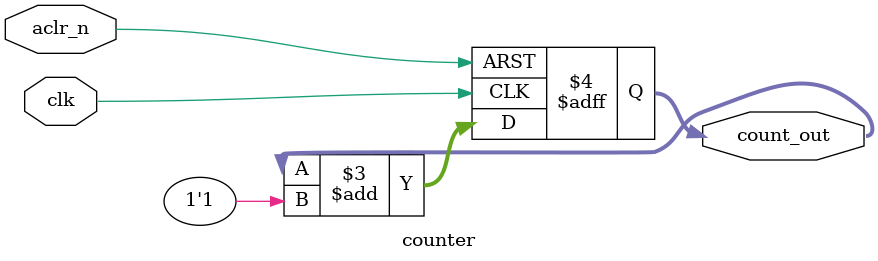
<source format=v>
module counter(count_out, clk, aclr_n); //Module with a list of ports
//Begin port declarations section
output[1:0] count_out;
input clk, aclr_n;

reg [1:0] count_out;
wire clk, aclr_n;

//End port declarations section

always @(posedge clk, negedge aclr_n ) //Note use of comma operator
begin

	if( aclr_n == 0 )
		count_out = 2'b0;
		
	else
		count_out = count_out + 1'b1;
		
end

endmodule
</source>
